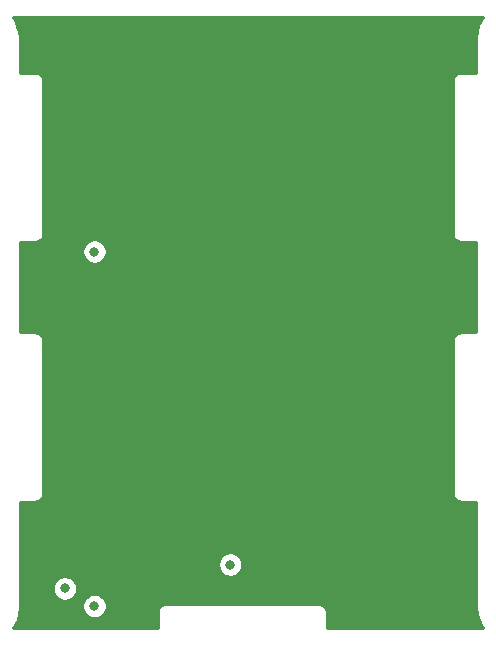
<source format=gbr>
G04 #@! TF.GenerationSoftware,KiCad,Pcbnew,5.1.6-c6e7f7d~87~ubuntu18.04.1*
G04 #@! TF.CreationDate,2021-01-12T05:29:31+00:00*
G04 #@! TF.ProjectId,amp,616d702e-6b69-4636-9164-5f7063625858,rev?*
G04 #@! TF.SameCoordinates,Original*
G04 #@! TF.FileFunction,Copper,L2,Inr*
G04 #@! TF.FilePolarity,Positive*
%FSLAX46Y46*%
G04 Gerber Fmt 4.6, Leading zero omitted, Abs format (unit mm)*
G04 Created by KiCad (PCBNEW 5.1.6-c6e7f7d~87~ubuntu18.04.1) date 2021-01-12 05:29:31*
%MOMM*%
%LPD*%
G01*
G04 APERTURE LIST*
G04 #@! TA.AperFunction,ViaPad*
%ADD10C,0.800000*%
G04 #@! TD*
G04 #@! TA.AperFunction,Conductor*
%ADD11C,0.254000*%
G04 #@! TD*
G04 APERTURE END LIST*
D10*
G04 #@! TO.N,GND*
X142000000Y-96500000D03*
X143500000Y-96000000D03*
X145000000Y-96500000D03*
X128000000Y-90700000D03*
X131200000Y-90700000D03*
X133800000Y-90700000D03*
X136600000Y-90700000D03*
X139000000Y-90700000D03*
X142000000Y-90700000D03*
X145000000Y-90700000D03*
X147400000Y-90700000D03*
X132000000Y-115000000D03*
X144500000Y-115000000D03*
X123000000Y-95000000D03*
X123000000Y-107500000D03*
X153500000Y-94500000D03*
X153500000Y-108000000D03*
X153500000Y-72500000D03*
X153500000Y-85500000D03*
X123000000Y-72000000D03*
X123000000Y-86500000D03*
X122200000Y-90700000D03*
X125200000Y-90700000D03*
X150200000Y-90700000D03*
X153400000Y-90700000D03*
X139000000Y-89000000D03*
X143000000Y-85500000D03*
X146000000Y-82500000D03*
X136500000Y-85000000D03*
X136000000Y-74000000D03*
X137000000Y-74500000D03*
X135000000Y-74500000D03*
X133500000Y-96500000D03*
X132000000Y-96000000D03*
X130500000Y-96500000D03*
X134500000Y-110000000D03*
X146000000Y-110000000D03*
X147500000Y-110500000D03*
X142500000Y-105500000D03*
X142500000Y-103500000D03*
X139000000Y-103500000D03*
X139000000Y-106000000D03*
G04 #@! TO.N,Net-(C11-Pad1)*
X125000000Y-117000000D03*
G04 #@! TO.N,+10V*
X125000000Y-87000000D03*
X136500000Y-113500000D03*
X122500000Y-115500000D03*
G04 #@! TD*
D11*
G04 #@! TO.N,GND*
G36*
X157643616Y-67546938D02*
G01*
X157620812Y-67602265D01*
X157597256Y-67657225D01*
X157594531Y-67666029D01*
X157425304Y-68226536D01*
X157413682Y-68285231D01*
X157401248Y-68343727D01*
X157400285Y-68352892D01*
X157343150Y-68935595D01*
X157343150Y-68935608D01*
X157340001Y-68967581D01*
X157340000Y-71840000D01*
X156032419Y-71840000D01*
X156000000Y-71836807D01*
X155967581Y-71840000D01*
X155870617Y-71849550D01*
X155746207Y-71887290D01*
X155631550Y-71948575D01*
X155531052Y-72031052D01*
X155448575Y-72131550D01*
X155387290Y-72246207D01*
X155349550Y-72370617D01*
X155336807Y-72500000D01*
X155340000Y-72532418D01*
X155340001Y-85467571D01*
X155336807Y-85500000D01*
X155349550Y-85629383D01*
X155387290Y-85753793D01*
X155448575Y-85868450D01*
X155531052Y-85968948D01*
X155631550Y-86051425D01*
X155746207Y-86112710D01*
X155870617Y-86150450D01*
X155967581Y-86160000D01*
X156000000Y-86163193D01*
X156032419Y-86160000D01*
X157340000Y-86160000D01*
X157340001Y-93840000D01*
X156032419Y-93840000D01*
X156000000Y-93836807D01*
X155967581Y-93840000D01*
X155870617Y-93849550D01*
X155746207Y-93887290D01*
X155631550Y-93948575D01*
X155531052Y-94031052D01*
X155448575Y-94131550D01*
X155387290Y-94246207D01*
X155349550Y-94370617D01*
X155336807Y-94500000D01*
X155340000Y-94532419D01*
X155340001Y-107467571D01*
X155336807Y-107500000D01*
X155349550Y-107629383D01*
X155387290Y-107753793D01*
X155448575Y-107868450D01*
X155531052Y-107968948D01*
X155631550Y-108051425D01*
X155746207Y-108112710D01*
X155870617Y-108150450D01*
X155967581Y-108160000D01*
X156000000Y-108163193D01*
X156032419Y-108160000D01*
X157340000Y-108160000D01*
X157340001Y-117032419D01*
X157342920Y-117062054D01*
X157342789Y-117080761D01*
X157343689Y-117089933D01*
X157404889Y-117672222D01*
X157416921Y-117730832D01*
X157428127Y-117789580D01*
X157430791Y-117798402D01*
X157603928Y-118357715D01*
X157627098Y-118412833D01*
X157649516Y-118468322D01*
X157653843Y-118476458D01*
X157868252Y-118873000D01*
X153368836Y-118873000D01*
X153064405Y-118843150D01*
X153064402Y-118843150D01*
X153032419Y-118840000D01*
X144660000Y-118840000D01*
X144660000Y-117532419D01*
X144663193Y-117500000D01*
X144650450Y-117370617D01*
X144612710Y-117246207D01*
X144551425Y-117131550D01*
X144468948Y-117031052D01*
X144368450Y-116948575D01*
X144253793Y-116887290D01*
X144129383Y-116849550D01*
X144032419Y-116840000D01*
X144000000Y-116836807D01*
X143967581Y-116840000D01*
X131032419Y-116840000D01*
X131000000Y-116836807D01*
X130967581Y-116840000D01*
X130870617Y-116849550D01*
X130746207Y-116887290D01*
X130631550Y-116948575D01*
X130531052Y-117031052D01*
X130448575Y-117131550D01*
X130387290Y-117246207D01*
X130349550Y-117370617D01*
X130336807Y-117500000D01*
X130340001Y-117532429D01*
X130340000Y-118840000D01*
X122967581Y-118840000D01*
X122937937Y-118842920D01*
X122919238Y-118842789D01*
X122910067Y-118843689D01*
X122631191Y-118873000D01*
X118133099Y-118873000D01*
X118356384Y-118453061D01*
X118379182Y-118397749D01*
X118402744Y-118342775D01*
X118405469Y-118333972D01*
X118574696Y-117773464D01*
X118586316Y-117714776D01*
X118598752Y-117656273D01*
X118599715Y-117647108D01*
X118656850Y-117064406D01*
X118656850Y-117064402D01*
X118660000Y-117032419D01*
X118660000Y-116898061D01*
X123965000Y-116898061D01*
X123965000Y-117101939D01*
X124004774Y-117301898D01*
X124082795Y-117490256D01*
X124196063Y-117659774D01*
X124340226Y-117803937D01*
X124509744Y-117917205D01*
X124698102Y-117995226D01*
X124898061Y-118035000D01*
X125101939Y-118035000D01*
X125301898Y-117995226D01*
X125490256Y-117917205D01*
X125659774Y-117803937D01*
X125803937Y-117659774D01*
X125917205Y-117490256D01*
X125995226Y-117301898D01*
X126035000Y-117101939D01*
X126035000Y-116898061D01*
X125995226Y-116698102D01*
X125917205Y-116509744D01*
X125803937Y-116340226D01*
X125659774Y-116196063D01*
X125490256Y-116082795D01*
X125301898Y-116004774D01*
X125101939Y-115965000D01*
X124898061Y-115965000D01*
X124698102Y-116004774D01*
X124509744Y-116082795D01*
X124340226Y-116196063D01*
X124196063Y-116340226D01*
X124082795Y-116509744D01*
X124004774Y-116698102D01*
X123965000Y-116898061D01*
X118660000Y-116898061D01*
X118660000Y-115398061D01*
X121465000Y-115398061D01*
X121465000Y-115601939D01*
X121504774Y-115801898D01*
X121582795Y-115990256D01*
X121696063Y-116159774D01*
X121840226Y-116303937D01*
X122009744Y-116417205D01*
X122198102Y-116495226D01*
X122398061Y-116535000D01*
X122601939Y-116535000D01*
X122801898Y-116495226D01*
X122990256Y-116417205D01*
X123159774Y-116303937D01*
X123303937Y-116159774D01*
X123417205Y-115990256D01*
X123495226Y-115801898D01*
X123535000Y-115601939D01*
X123535000Y-115398061D01*
X123495226Y-115198102D01*
X123417205Y-115009744D01*
X123303937Y-114840226D01*
X123159774Y-114696063D01*
X122990256Y-114582795D01*
X122801898Y-114504774D01*
X122601939Y-114465000D01*
X122398061Y-114465000D01*
X122198102Y-114504774D01*
X122009744Y-114582795D01*
X121840226Y-114696063D01*
X121696063Y-114840226D01*
X121582795Y-115009744D01*
X121504774Y-115198102D01*
X121465000Y-115398061D01*
X118660000Y-115398061D01*
X118660000Y-113398061D01*
X135465000Y-113398061D01*
X135465000Y-113601939D01*
X135504774Y-113801898D01*
X135582795Y-113990256D01*
X135696063Y-114159774D01*
X135840226Y-114303937D01*
X136009744Y-114417205D01*
X136198102Y-114495226D01*
X136398061Y-114535000D01*
X136601939Y-114535000D01*
X136801898Y-114495226D01*
X136990256Y-114417205D01*
X137159774Y-114303937D01*
X137303937Y-114159774D01*
X137417205Y-113990256D01*
X137495226Y-113801898D01*
X137535000Y-113601939D01*
X137535000Y-113398061D01*
X137495226Y-113198102D01*
X137417205Y-113009744D01*
X137303937Y-112840226D01*
X137159774Y-112696063D01*
X136990256Y-112582795D01*
X136801898Y-112504774D01*
X136601939Y-112465000D01*
X136398061Y-112465000D01*
X136198102Y-112504774D01*
X136009744Y-112582795D01*
X135840226Y-112696063D01*
X135696063Y-112840226D01*
X135582795Y-113009744D01*
X135504774Y-113198102D01*
X135465000Y-113398061D01*
X118660000Y-113398061D01*
X118660000Y-108160000D01*
X119967581Y-108160000D01*
X120000000Y-108163193D01*
X120032419Y-108160000D01*
X120129383Y-108150450D01*
X120253793Y-108112710D01*
X120368450Y-108051425D01*
X120468948Y-107968948D01*
X120551425Y-107868450D01*
X120612710Y-107753793D01*
X120650450Y-107629383D01*
X120663193Y-107500000D01*
X120660000Y-107467581D01*
X120660000Y-94532419D01*
X120663193Y-94500000D01*
X120650450Y-94370617D01*
X120612710Y-94246207D01*
X120551425Y-94131550D01*
X120468948Y-94031052D01*
X120368450Y-93948575D01*
X120253793Y-93887290D01*
X120129383Y-93849550D01*
X120032419Y-93840000D01*
X120000000Y-93836807D01*
X119967581Y-93840000D01*
X118660000Y-93840000D01*
X118660000Y-86898061D01*
X123965000Y-86898061D01*
X123965000Y-87101939D01*
X124004774Y-87301898D01*
X124082795Y-87490256D01*
X124196063Y-87659774D01*
X124340226Y-87803937D01*
X124509744Y-87917205D01*
X124698102Y-87995226D01*
X124898061Y-88035000D01*
X125101939Y-88035000D01*
X125301898Y-87995226D01*
X125490256Y-87917205D01*
X125659774Y-87803937D01*
X125803937Y-87659774D01*
X125917205Y-87490256D01*
X125995226Y-87301898D01*
X126035000Y-87101939D01*
X126035000Y-86898061D01*
X125995226Y-86698102D01*
X125917205Y-86509744D01*
X125803937Y-86340226D01*
X125659774Y-86196063D01*
X125490256Y-86082795D01*
X125301898Y-86004774D01*
X125101939Y-85965000D01*
X124898061Y-85965000D01*
X124698102Y-86004774D01*
X124509744Y-86082795D01*
X124340226Y-86196063D01*
X124196063Y-86340226D01*
X124082795Y-86509744D01*
X124004774Y-86698102D01*
X123965000Y-86898061D01*
X118660000Y-86898061D01*
X118660000Y-86160000D01*
X119967581Y-86160000D01*
X120000000Y-86163193D01*
X120032419Y-86160000D01*
X120129383Y-86150450D01*
X120253793Y-86112710D01*
X120368450Y-86051425D01*
X120468948Y-85968948D01*
X120551425Y-85868450D01*
X120612710Y-85753793D01*
X120650450Y-85629383D01*
X120663193Y-85500000D01*
X120660000Y-85467581D01*
X120660000Y-72532418D01*
X120663193Y-72500000D01*
X120650450Y-72370617D01*
X120612710Y-72246207D01*
X120551425Y-72131550D01*
X120468948Y-72031052D01*
X120368450Y-71948575D01*
X120253793Y-71887290D01*
X120129383Y-71849550D01*
X120032419Y-71840000D01*
X120000000Y-71836807D01*
X119967581Y-71840000D01*
X118660000Y-71840000D01*
X118660000Y-68967581D01*
X118657080Y-68937937D01*
X118657211Y-68919238D01*
X118656311Y-68910067D01*
X118595110Y-68327777D01*
X118583084Y-68269191D01*
X118571873Y-68210420D01*
X118569210Y-68201598D01*
X118396072Y-67642285D01*
X118372902Y-67587167D01*
X118350484Y-67531678D01*
X118346157Y-67523542D01*
X118131748Y-67127000D01*
X157866900Y-67127000D01*
X157643616Y-67546938D01*
G37*
X157643616Y-67546938D02*
X157620812Y-67602265D01*
X157597256Y-67657225D01*
X157594531Y-67666029D01*
X157425304Y-68226536D01*
X157413682Y-68285231D01*
X157401248Y-68343727D01*
X157400285Y-68352892D01*
X157343150Y-68935595D01*
X157343150Y-68935608D01*
X157340001Y-68967581D01*
X157340000Y-71840000D01*
X156032419Y-71840000D01*
X156000000Y-71836807D01*
X155967581Y-71840000D01*
X155870617Y-71849550D01*
X155746207Y-71887290D01*
X155631550Y-71948575D01*
X155531052Y-72031052D01*
X155448575Y-72131550D01*
X155387290Y-72246207D01*
X155349550Y-72370617D01*
X155336807Y-72500000D01*
X155340000Y-72532418D01*
X155340001Y-85467571D01*
X155336807Y-85500000D01*
X155349550Y-85629383D01*
X155387290Y-85753793D01*
X155448575Y-85868450D01*
X155531052Y-85968948D01*
X155631550Y-86051425D01*
X155746207Y-86112710D01*
X155870617Y-86150450D01*
X155967581Y-86160000D01*
X156000000Y-86163193D01*
X156032419Y-86160000D01*
X157340000Y-86160000D01*
X157340001Y-93840000D01*
X156032419Y-93840000D01*
X156000000Y-93836807D01*
X155967581Y-93840000D01*
X155870617Y-93849550D01*
X155746207Y-93887290D01*
X155631550Y-93948575D01*
X155531052Y-94031052D01*
X155448575Y-94131550D01*
X155387290Y-94246207D01*
X155349550Y-94370617D01*
X155336807Y-94500000D01*
X155340000Y-94532419D01*
X155340001Y-107467571D01*
X155336807Y-107500000D01*
X155349550Y-107629383D01*
X155387290Y-107753793D01*
X155448575Y-107868450D01*
X155531052Y-107968948D01*
X155631550Y-108051425D01*
X155746207Y-108112710D01*
X155870617Y-108150450D01*
X155967581Y-108160000D01*
X156000000Y-108163193D01*
X156032419Y-108160000D01*
X157340000Y-108160000D01*
X157340001Y-117032419D01*
X157342920Y-117062054D01*
X157342789Y-117080761D01*
X157343689Y-117089933D01*
X157404889Y-117672222D01*
X157416921Y-117730832D01*
X157428127Y-117789580D01*
X157430791Y-117798402D01*
X157603928Y-118357715D01*
X157627098Y-118412833D01*
X157649516Y-118468322D01*
X157653843Y-118476458D01*
X157868252Y-118873000D01*
X153368836Y-118873000D01*
X153064405Y-118843150D01*
X153064402Y-118843150D01*
X153032419Y-118840000D01*
X144660000Y-118840000D01*
X144660000Y-117532419D01*
X144663193Y-117500000D01*
X144650450Y-117370617D01*
X144612710Y-117246207D01*
X144551425Y-117131550D01*
X144468948Y-117031052D01*
X144368450Y-116948575D01*
X144253793Y-116887290D01*
X144129383Y-116849550D01*
X144032419Y-116840000D01*
X144000000Y-116836807D01*
X143967581Y-116840000D01*
X131032419Y-116840000D01*
X131000000Y-116836807D01*
X130967581Y-116840000D01*
X130870617Y-116849550D01*
X130746207Y-116887290D01*
X130631550Y-116948575D01*
X130531052Y-117031052D01*
X130448575Y-117131550D01*
X130387290Y-117246207D01*
X130349550Y-117370617D01*
X130336807Y-117500000D01*
X130340001Y-117532429D01*
X130340000Y-118840000D01*
X122967581Y-118840000D01*
X122937937Y-118842920D01*
X122919238Y-118842789D01*
X122910067Y-118843689D01*
X122631191Y-118873000D01*
X118133099Y-118873000D01*
X118356384Y-118453061D01*
X118379182Y-118397749D01*
X118402744Y-118342775D01*
X118405469Y-118333972D01*
X118574696Y-117773464D01*
X118586316Y-117714776D01*
X118598752Y-117656273D01*
X118599715Y-117647108D01*
X118656850Y-117064406D01*
X118656850Y-117064402D01*
X118660000Y-117032419D01*
X118660000Y-116898061D01*
X123965000Y-116898061D01*
X123965000Y-117101939D01*
X124004774Y-117301898D01*
X124082795Y-117490256D01*
X124196063Y-117659774D01*
X124340226Y-117803937D01*
X124509744Y-117917205D01*
X124698102Y-117995226D01*
X124898061Y-118035000D01*
X125101939Y-118035000D01*
X125301898Y-117995226D01*
X125490256Y-117917205D01*
X125659774Y-117803937D01*
X125803937Y-117659774D01*
X125917205Y-117490256D01*
X125995226Y-117301898D01*
X126035000Y-117101939D01*
X126035000Y-116898061D01*
X125995226Y-116698102D01*
X125917205Y-116509744D01*
X125803937Y-116340226D01*
X125659774Y-116196063D01*
X125490256Y-116082795D01*
X125301898Y-116004774D01*
X125101939Y-115965000D01*
X124898061Y-115965000D01*
X124698102Y-116004774D01*
X124509744Y-116082795D01*
X124340226Y-116196063D01*
X124196063Y-116340226D01*
X124082795Y-116509744D01*
X124004774Y-116698102D01*
X123965000Y-116898061D01*
X118660000Y-116898061D01*
X118660000Y-115398061D01*
X121465000Y-115398061D01*
X121465000Y-115601939D01*
X121504774Y-115801898D01*
X121582795Y-115990256D01*
X121696063Y-116159774D01*
X121840226Y-116303937D01*
X122009744Y-116417205D01*
X122198102Y-116495226D01*
X122398061Y-116535000D01*
X122601939Y-116535000D01*
X122801898Y-116495226D01*
X122990256Y-116417205D01*
X123159774Y-116303937D01*
X123303937Y-116159774D01*
X123417205Y-115990256D01*
X123495226Y-115801898D01*
X123535000Y-115601939D01*
X123535000Y-115398061D01*
X123495226Y-115198102D01*
X123417205Y-115009744D01*
X123303937Y-114840226D01*
X123159774Y-114696063D01*
X122990256Y-114582795D01*
X122801898Y-114504774D01*
X122601939Y-114465000D01*
X122398061Y-114465000D01*
X122198102Y-114504774D01*
X122009744Y-114582795D01*
X121840226Y-114696063D01*
X121696063Y-114840226D01*
X121582795Y-115009744D01*
X121504774Y-115198102D01*
X121465000Y-115398061D01*
X118660000Y-115398061D01*
X118660000Y-113398061D01*
X135465000Y-113398061D01*
X135465000Y-113601939D01*
X135504774Y-113801898D01*
X135582795Y-113990256D01*
X135696063Y-114159774D01*
X135840226Y-114303937D01*
X136009744Y-114417205D01*
X136198102Y-114495226D01*
X136398061Y-114535000D01*
X136601939Y-114535000D01*
X136801898Y-114495226D01*
X136990256Y-114417205D01*
X137159774Y-114303937D01*
X137303937Y-114159774D01*
X137417205Y-113990256D01*
X137495226Y-113801898D01*
X137535000Y-113601939D01*
X137535000Y-113398061D01*
X137495226Y-113198102D01*
X137417205Y-113009744D01*
X137303937Y-112840226D01*
X137159774Y-112696063D01*
X136990256Y-112582795D01*
X136801898Y-112504774D01*
X136601939Y-112465000D01*
X136398061Y-112465000D01*
X136198102Y-112504774D01*
X136009744Y-112582795D01*
X135840226Y-112696063D01*
X135696063Y-112840226D01*
X135582795Y-113009744D01*
X135504774Y-113198102D01*
X135465000Y-113398061D01*
X118660000Y-113398061D01*
X118660000Y-108160000D01*
X119967581Y-108160000D01*
X120000000Y-108163193D01*
X120032419Y-108160000D01*
X120129383Y-108150450D01*
X120253793Y-108112710D01*
X120368450Y-108051425D01*
X120468948Y-107968948D01*
X120551425Y-107868450D01*
X120612710Y-107753793D01*
X120650450Y-107629383D01*
X120663193Y-107500000D01*
X120660000Y-107467581D01*
X120660000Y-94532419D01*
X120663193Y-94500000D01*
X120650450Y-94370617D01*
X120612710Y-94246207D01*
X120551425Y-94131550D01*
X120468948Y-94031052D01*
X120368450Y-93948575D01*
X120253793Y-93887290D01*
X120129383Y-93849550D01*
X120032419Y-93840000D01*
X120000000Y-93836807D01*
X119967581Y-93840000D01*
X118660000Y-93840000D01*
X118660000Y-86898061D01*
X123965000Y-86898061D01*
X123965000Y-87101939D01*
X124004774Y-87301898D01*
X124082795Y-87490256D01*
X124196063Y-87659774D01*
X124340226Y-87803937D01*
X124509744Y-87917205D01*
X124698102Y-87995226D01*
X124898061Y-88035000D01*
X125101939Y-88035000D01*
X125301898Y-87995226D01*
X125490256Y-87917205D01*
X125659774Y-87803937D01*
X125803937Y-87659774D01*
X125917205Y-87490256D01*
X125995226Y-87301898D01*
X126035000Y-87101939D01*
X126035000Y-86898061D01*
X125995226Y-86698102D01*
X125917205Y-86509744D01*
X125803937Y-86340226D01*
X125659774Y-86196063D01*
X125490256Y-86082795D01*
X125301898Y-86004774D01*
X125101939Y-85965000D01*
X124898061Y-85965000D01*
X124698102Y-86004774D01*
X124509744Y-86082795D01*
X124340226Y-86196063D01*
X124196063Y-86340226D01*
X124082795Y-86509744D01*
X124004774Y-86698102D01*
X123965000Y-86898061D01*
X118660000Y-86898061D01*
X118660000Y-86160000D01*
X119967581Y-86160000D01*
X120000000Y-86163193D01*
X120032419Y-86160000D01*
X120129383Y-86150450D01*
X120253793Y-86112710D01*
X120368450Y-86051425D01*
X120468948Y-85968948D01*
X120551425Y-85868450D01*
X120612710Y-85753793D01*
X120650450Y-85629383D01*
X120663193Y-85500000D01*
X120660000Y-85467581D01*
X120660000Y-72532418D01*
X120663193Y-72500000D01*
X120650450Y-72370617D01*
X120612710Y-72246207D01*
X120551425Y-72131550D01*
X120468948Y-72031052D01*
X120368450Y-71948575D01*
X120253793Y-71887290D01*
X120129383Y-71849550D01*
X120032419Y-71840000D01*
X120000000Y-71836807D01*
X119967581Y-71840000D01*
X118660000Y-71840000D01*
X118660000Y-68967581D01*
X118657080Y-68937937D01*
X118657211Y-68919238D01*
X118656311Y-68910067D01*
X118595110Y-68327777D01*
X118583084Y-68269191D01*
X118571873Y-68210420D01*
X118569210Y-68201598D01*
X118396072Y-67642285D01*
X118372902Y-67587167D01*
X118350484Y-67531678D01*
X118346157Y-67523542D01*
X118131748Y-67127000D01*
X157866900Y-67127000D01*
X157643616Y-67546938D01*
G04 #@! TD*
M02*

</source>
